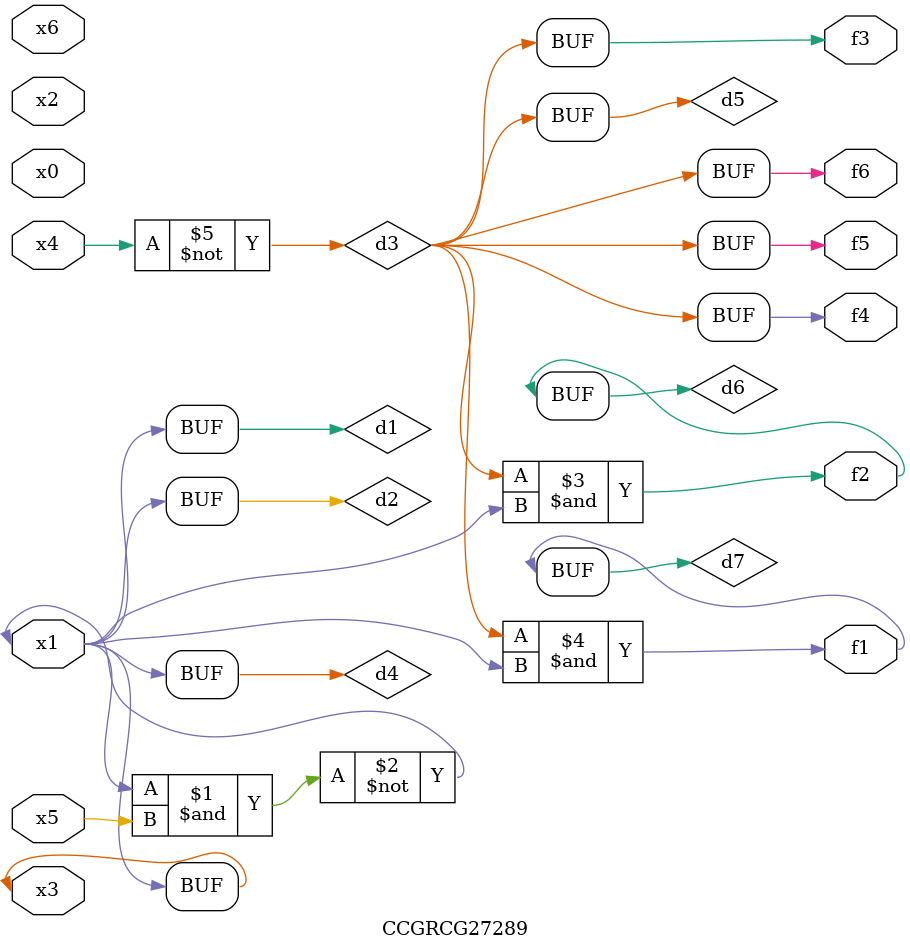
<source format=v>
module CCGRCG27289(
	input x0, x1, x2, x3, x4, x5, x6,
	output f1, f2, f3, f4, f5, f6
);

	wire d1, d2, d3, d4, d5, d6, d7;

	buf (d1, x1, x3);
	nand (d2, x1, x5);
	not (d3, x4);
	buf (d4, d1, d2);
	buf (d5, d3);
	and (d6, d3, d4);
	and (d7, d3, d4);
	assign f1 = d7;
	assign f2 = d6;
	assign f3 = d5;
	assign f4 = d5;
	assign f5 = d5;
	assign f6 = d5;
endmodule

</source>
